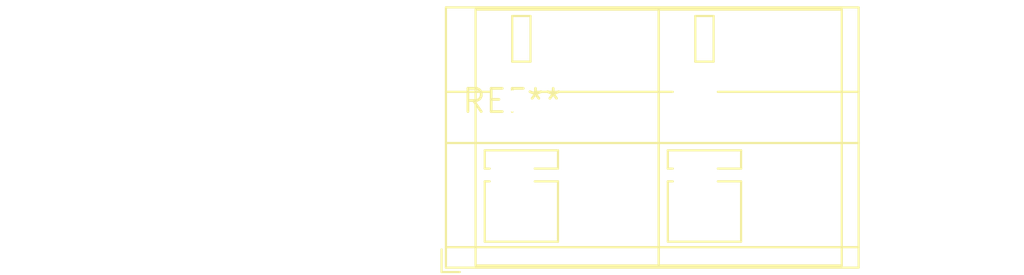
<source format=kicad_pcb>
(kicad_pcb (version 20240108) (generator pcbnew)
  (layers (0 "F.Cu" signal) (31 "B.Cu" signal) (34 "B.Paste" user) (35 "F.Paste" user) (36 "B.SilkS" user "B.Silkscreen") (37 "F.SilkS" user "F.Silkscreen") (38 "B.Mask" user) (39 "F.Mask" user) (44 "Edge.Cuts" user))
  (net 0 "")
  (footprint "TerminalBlock_WAGO_236-602_1x02_P10.00mm_45Degree" (layer "F.Cu") (at 0 0)
    (property "Reference" "REF**")
    (property "Value" "TerminalBlock_WAGO_236-602_1x02_P10.00mm_45Degree")
    (fp_line (start -3.86 8.12) (end -3.86 9.36) (layer "F.SilkS") (stroke (width 0.12)))
    (fp_line (start -3.86 9.36) (end -2.86 9.36) (layer "F.SilkS") (stroke (width 0.12)))
    (fp_line (start -3.62 -5.12) (end -3.62 9.12) (layer "F.SilkS") (stroke (width 0.12)))
    (fp_line (start -3.62 -5.12) (end 18.92 -5.12) (layer "F.SilkS") (stroke (width 0.12)))
    (fp_line (start -3.62 -0.5) (end -1.23 -0.5) (layer "F.SilkS") (stroke (width 0.12)))
    (fp_line (start -3.62 2.3) (end 18.92 2.3) (layer "F.SilkS") (stroke (width 0.12)))
    (fp_line (start -3.62 8) (end 18.92 8) (layer "F.SilkS") (stroke (width 0.12)))
    (fp_line (start -3.62 9.12) (end 18.92 9.12) (layer "F.SilkS") (stroke (width 0.12)))
    (fp_line (start -2 -5) (end -2 9) (layer "F.SilkS") (stroke (width 0.12)))
    (fp_line (start -2 -5) (end 8 -5) (layer "F.SilkS") (stroke (width 0.12)))
    (fp_line (start -2 9) (end 8 9) (layer "F.SilkS") (stroke (width 0.12)))
    (fp_line (start -1.5 2.7) (end -1.5 3.7) (layer "F.SilkS") (stroke (width 0.12)))
    (fp_line (start -1.5 2.7) (end 2.5 2.7) (layer "F.SilkS") (stroke (width 0.12)))
    (fp_line (start -1.5 3.7) (end -1.23 3.7) (layer "F.SilkS") (stroke (width 0.12)))
    (fp_line (start -1.5 4.4) (end -1.5 7.7) (layer "F.SilkS") (stroke (width 0.12)))
    (fp_line (start -1.5 4.4) (end -1.23 4.4) (layer "F.SilkS") (stroke (width 0.12)))
    (fp_line (start -1.5 7.7) (end 2.5 7.7) (layer "F.SilkS") (stroke (width 0.12)))
    (fp_line (start 0 -4.65) (end 0 -2.151) (layer "F.SilkS") (stroke (width 0.12)))
    (fp_line (start 0 -4.65) (end 1 -4.65) (layer "F.SilkS") (stroke (width 0.12)))
    (fp_line (start 0 -2.151) (end 1 -2.151) (layer "F.SilkS") (stroke (width 0.12)))
    (fp_line (start 1 -4.65) (end 1 -2.151) (layer "F.SilkS") (stroke (width 0.12)))
    (fp_line (start 1.23 -0.5) (end 8.77 -0.5) (layer "F.SilkS") (stroke (width 0.12)))
    (fp_line (start 1.23 3.7) (end 2.5 3.7) (layer "F.SilkS") (stroke (width 0.12)))
    (fp_line (start 1.23 4.4) (end 2.5 4.4) (layer "F.SilkS") (stroke (width 0.12)))
    (fp_line (start 2.5 2.7) (end 2.5 3.7) (layer "F.SilkS") (stroke (width 0.12)))
    (fp_line (start 2.5 4.4) (end 2.5 7.7) (layer "F.SilkS") (stroke (width 0.12)))
    (fp_line (start 8 -5) (end 8 9) (layer "F.SilkS") (stroke (width 0.12)))
    (fp_line (start 8 -5) (end 8 9) (layer "F.SilkS") (stroke (width 0.12)))
    (fp_line (start 8 -5) (end 18 -5) (layer "F.SilkS") (stroke (width 0.12)))
    (fp_line (start 8 9) (end 18 9) (layer "F.SilkS") (stroke (width 0.12)))
    (fp_line (start 8.5 2.7) (end 8.5 3.7) (layer "F.SilkS") (stroke (width 0.12)))
    (fp_line (start 8.5 2.7) (end 12.5 2.7) (layer "F.SilkS") (stroke (width 0.12)))
    (fp_line (start 8.5 3.7) (end 8.77 3.7) (layer "F.SilkS") (stroke (width 0.12)))
    (fp_line (start 8.5 4.4) (end 8.5 7.7) (layer "F.SilkS") (stroke (width 0.12)))
    (fp_line (start 8.5 4.4) (end 8.77 4.4) (layer "F.SilkS") (stroke (width 0.12)))
    (fp_line (start 8.5 7.7) (end 12.5 7.7) (layer "F.SilkS") (stroke (width 0.12)))
    (fp_line (start 10 -4.65) (end 10 -2.151) (layer "F.SilkS") (stroke (width 0.12)))
    (fp_line (start 10 -4.65) (end 11 -4.65) (layer "F.SilkS") (stroke (width 0.12)))
    (fp_line (start 10 -2.151) (end 11 -2.151) (layer "F.SilkS") (stroke (width 0.12)))
    (fp_line (start 11 -4.65) (end 11 -2.151) (layer "F.SilkS") (stroke (width 0.12)))
    (fp_line (start 11.23 -0.5) (end 18.92 -0.5) (layer "F.SilkS") (stroke (width 0.12)))
    (fp_line (start 11.23 3.7) (end 12.5 3.7) (layer "F.SilkS") (stroke (width 0.12)))
    (fp_line (start 11.23 4.4) (end 12.5 4.4) (layer "F.SilkS") (stroke (width 0.12)))
    (fp_line (start 12.5 2.7) (end 12.5 3.7) (layer "F.SilkS") (stroke (width 0.12)))
    (fp_line (start 12.5 4.4) (end 12.5 7.7) (layer "F.SilkS") (stroke (width 0.12)))
    (fp_line (start 18 -5) (end 18 9) (layer "F.SilkS") (stroke (width 0.12)))
    (fp_line (start 18.92 -5.12) (end 18.92 9.12) (layer "F.SilkS") (stroke (width 0.12)))
    (pad "1" thru_hole rect (at 0 0) (size 1.5 3) (drill 1.15) (layers *.Cu *.Mask) (remove_unused_layers))
    (pad "1" thru_hole rect (at 0 5) (size 1.5 3) (drill 1.15) (layers *.Cu *.Mask) (remove_unused_layers))
    (pad "2" thru_hole oval (at 10 0) (size 1.5 3) (drill 1.15) (layers *.Cu *.Mask) (remove_unused_layers))
    (pad "2" thru_hole oval (at 10 5) (size 1.5 3) (drill 1.15) (layers *.Cu *.Mask) (remove_unused_layers))
  )
)
</source>
